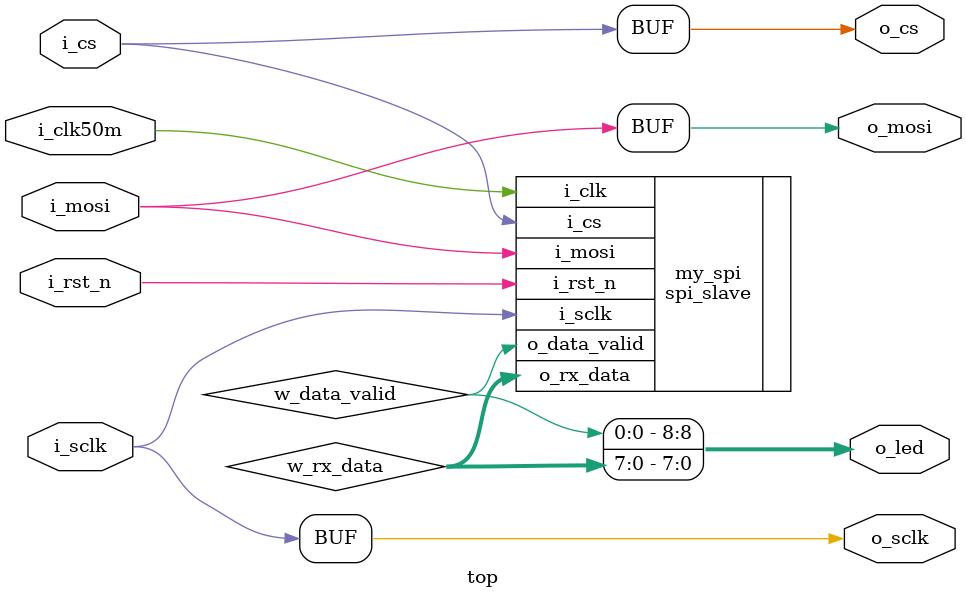
<source format=v>

module top (
    input wire i_clk50m,
    input wire i_rst_n,
    
    input wire i_sclk,
    input wire i_cs,
    input wire i_mosi,
    // output wire o_miso,

    output wire [8:0] o_led,
    output wire o_sclk,
    output wire o_cs,
    output wire o_mosi
); 

    wire w_data_valid;
    wire [7:0] w_rx_data;

    assign o_led[7:0] = w_rx_data[7:0]; // Display received data on LEDs
    assign o_led[8] = w_data_valid; // Indicate data valid status on the last LED

    assign o_sclk = i_sclk;
    assign o_cs = i_cs;
    assign o_mosi = i_mosi;

    spi_slave my_spi(
        .i_clk(i_clk50m),
        .i_rst_n(i_rst_n),

        .o_rx_data(w_rx_data),
        .o_data_valid(w_data_valid),

        .i_sclk(i_sclk),
        .i_cs(i_cs),
        .i_mosi(i_mosi)
    );

endmodule

</source>
